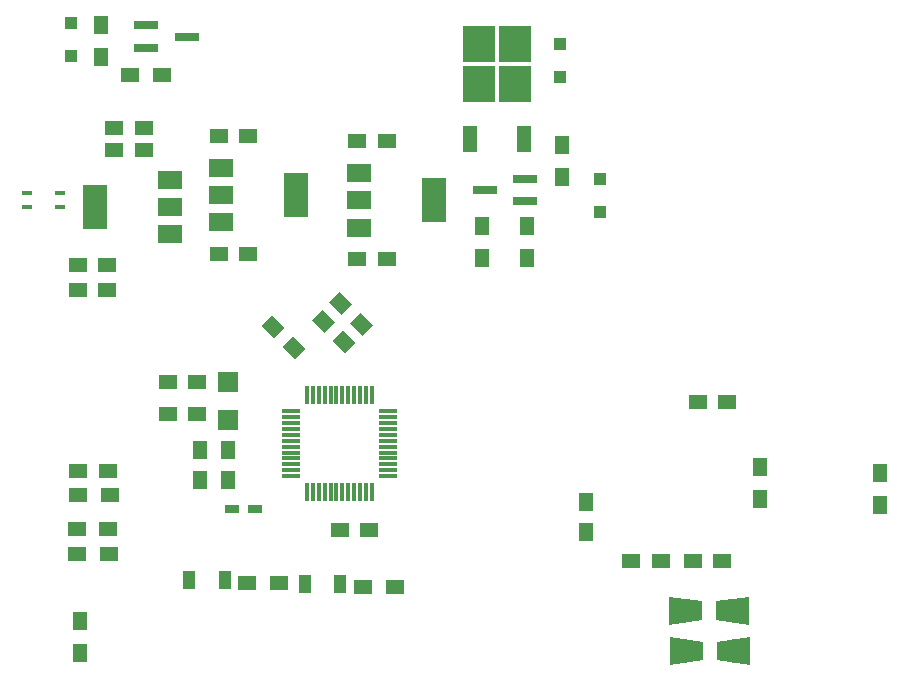
<source format=gtp>
G04 #@! TF.GenerationSoftware,KiCad,Pcbnew,(5.0.0-rc2-dev-340-g7483a73a5)*
G04 #@! TF.CreationDate,2018-05-31T20:40:01+02:00*
G04 #@! TF.ProjectId,AudiA6Main,4175646941364D61696E2E6B69636164,rev?*
G04 #@! TF.SameCoordinates,Original*
G04 #@! TF.FileFunction,Paste,Top*
G04 #@! TF.FilePolarity,Positive*
%FSLAX46Y46*%
G04 Gerber Fmt 4.6, Leading zero omitted, Abs format (unit mm)*
G04 Created by KiCad (PCBNEW (5.0.0-rc2-dev-340-g7483a73a5)) date 05/31/18 20:40:01*
%MOMM*%
%LPD*%
G01*
G04 APERTURE LIST*
%ADD10R,1.500000X1.250000*%
%ADD11R,1.250000X1.500000*%
%ADD12C,1.250000*%
%ADD13C,0.100000*%
%ADD14R,0.900000X0.400000*%
%ADD15R,1.600000X0.300000*%
%ADD16R,0.300000X1.600000*%
%ADD17R,1.200000X0.750000*%
%ADD18R,1.300000X1.500000*%
%ADD19R,1.500000X1.300000*%
%ADD20R,2.000000X1.500000*%
%ADD21R,2.000000X3.800000*%
%ADD22R,1.800000X1.750000*%
%ADD23R,1.000000X1.600000*%
%ADD24R,1.100000X1.100000*%
%ADD25R,2.000000X0.650000*%
%ADD26R,2.750000X3.050000*%
%ADD27R,1.200000X2.200000*%
%ADD28C,1.978996*%
G04 APERTURE END LIST*
D10*
X58950000Y-146400000D03*
X61450000Y-146400000D03*
X58950000Y-149100000D03*
X61450000Y-149100000D03*
X54441903Y-124873186D03*
X56941903Y-124873186D03*
X54441903Y-126773186D03*
X56941903Y-126773186D03*
X53850000Y-138550000D03*
X51350000Y-138550000D03*
X53850000Y-136500000D03*
X51350000Y-136500000D03*
D11*
X94400000Y-156550000D03*
X94400000Y-159050000D03*
D10*
X103400000Y-161550000D03*
X105900000Y-161550000D03*
X103850000Y-148050000D03*
X106350000Y-148050000D03*
X98200000Y-161550000D03*
X100700000Y-161550000D03*
X65800000Y-135550000D03*
X63300000Y-135550000D03*
X75000000Y-136000000D03*
X77500000Y-136000000D03*
X65800000Y-125550000D03*
X63300000Y-125550000D03*
X77500000Y-126000000D03*
X75000000Y-126000000D03*
X51400000Y-153950000D03*
X53900000Y-153950000D03*
D12*
X73566117Y-139716117D03*
D13*
G36*
X72593845Y-139627729D02*
X73477729Y-138743845D01*
X74538389Y-139804505D01*
X73654505Y-140688389D01*
X72593845Y-139627729D01*
X72593845Y-139627729D01*
G37*
D12*
X75333883Y-141483883D03*
D13*
G36*
X74361611Y-141395495D02*
X75245495Y-140511611D01*
X76306155Y-141572271D01*
X75422271Y-142456155D01*
X74361611Y-141395495D01*
X74361611Y-141395495D01*
G37*
D11*
X64100000Y-152150000D03*
X64100000Y-154650000D03*
D10*
X76050000Y-158900000D03*
X73550000Y-158900000D03*
D12*
X73883883Y-142983883D03*
D13*
G36*
X72911611Y-142895495D02*
X73795495Y-142011611D01*
X74856155Y-143072271D01*
X73972271Y-143956155D01*
X72911611Y-142895495D01*
X72911611Y-142895495D01*
G37*
D12*
X72116117Y-141216117D03*
D13*
G36*
X71143845Y-141127729D02*
X72027729Y-140243845D01*
X73088389Y-141304505D01*
X72204505Y-142188389D01*
X71143845Y-141127729D01*
X71143845Y-141127729D01*
G37*
D11*
X61700000Y-154650000D03*
X61700000Y-152150000D03*
D12*
X69683883Y-143483883D03*
D13*
G36*
X68711611Y-143395495D02*
X69595495Y-142511611D01*
X70656155Y-143572271D01*
X69772271Y-144456155D01*
X68711611Y-143395495D01*
X68711611Y-143395495D01*
G37*
D12*
X67916117Y-141716117D03*
D13*
G36*
X66943845Y-141627729D02*
X67827729Y-140743845D01*
X68888389Y-141804505D01*
X68004505Y-142688389D01*
X66943845Y-141627729D01*
X66943845Y-141627729D01*
G37*
D14*
X47050000Y-130375000D03*
X47050000Y-131525000D03*
X49850000Y-130375000D03*
X49850000Y-131525000D03*
D15*
X69400000Y-148850000D03*
X69400000Y-149350000D03*
X69400000Y-149850000D03*
X69400000Y-150350000D03*
X69400000Y-150850000D03*
X69400000Y-151350000D03*
X69400000Y-151850000D03*
X69400000Y-152350000D03*
X69400000Y-152850000D03*
X69400000Y-153350000D03*
X69400000Y-153850000D03*
X69400000Y-154350000D03*
D16*
X70750000Y-155700000D03*
X71250000Y-155700000D03*
X71750000Y-155700000D03*
X72250000Y-155700000D03*
X72750000Y-155700000D03*
X73250000Y-155700000D03*
X73750000Y-155700000D03*
X74250000Y-155700000D03*
X74750000Y-155700000D03*
X75250000Y-155700000D03*
X75750000Y-155700000D03*
X76250000Y-155700000D03*
D15*
X77600000Y-154350000D03*
X77600000Y-153850000D03*
X77600000Y-153350000D03*
X77600000Y-152850000D03*
X77600000Y-152350000D03*
X77600000Y-151850000D03*
X77600000Y-151350000D03*
X77600000Y-150850000D03*
X77600000Y-150350000D03*
X77600000Y-149850000D03*
X77600000Y-149350000D03*
X77600000Y-148850000D03*
D16*
X76250000Y-147500000D03*
X75750000Y-147500000D03*
X75250000Y-147500000D03*
X74750000Y-147500000D03*
X74250000Y-147500000D03*
X73750000Y-147500000D03*
X73250000Y-147500000D03*
X72750000Y-147500000D03*
X72250000Y-147500000D03*
X71750000Y-147500000D03*
X71250000Y-147500000D03*
X70750000Y-147500000D03*
D17*
X66350000Y-157100000D03*
X64450000Y-157100000D03*
D18*
X51500000Y-169350000D03*
X51500000Y-166650000D03*
D19*
X78200000Y-163700000D03*
X75500000Y-163700000D03*
X65700000Y-163425000D03*
X68400000Y-163425000D03*
D18*
X119250000Y-156800000D03*
X119250000Y-154100000D03*
X109100000Y-156300000D03*
X109100000Y-153600000D03*
X89375000Y-133200000D03*
X89375000Y-135900000D03*
X92350000Y-126325000D03*
X92350000Y-129025000D03*
X53350000Y-118825000D03*
X53350000Y-116125000D03*
X85575000Y-135850000D03*
X85575000Y-133150000D03*
D19*
X55800000Y-120375000D03*
X58500000Y-120375000D03*
X54100000Y-155950000D03*
X51400000Y-155950000D03*
X51250000Y-158850000D03*
X53950000Y-158850000D03*
X54000000Y-160950000D03*
X51300000Y-160950000D03*
D20*
X59141903Y-133873186D03*
X59141903Y-129273186D03*
X59141903Y-131573186D03*
D21*
X52841903Y-131573186D03*
X69800000Y-130550000D03*
D20*
X63500000Y-130550000D03*
X63500000Y-132850000D03*
X63500000Y-128250000D03*
X75200000Y-128700000D03*
X75200000Y-133300000D03*
X75200000Y-131000000D03*
D21*
X81500000Y-131000000D03*
D22*
X64100000Y-149600000D03*
X64100000Y-146350000D03*
D23*
X63800000Y-163150000D03*
X60800000Y-163150000D03*
D24*
X95600000Y-131950000D03*
X95600000Y-129150000D03*
X50800000Y-116000000D03*
X50800000Y-118800000D03*
X92150000Y-117750000D03*
X92150000Y-120550000D03*
D23*
X73550000Y-163450000D03*
X70550000Y-163450000D03*
D25*
X85815000Y-130100000D03*
X89235000Y-129150000D03*
X89235000Y-131050000D03*
D26*
X88375000Y-121150000D03*
X85325000Y-117800000D03*
X85325000Y-121150000D03*
X88375000Y-117800000D03*
D27*
X89130000Y-125775000D03*
X84570000Y-125775000D03*
D25*
X57165000Y-116175000D03*
X57165000Y-118075000D03*
X60585000Y-117125000D03*
D28*
X106800000Y-165750000D03*
D13*
G36*
X108199540Y-164551120D02*
X108199540Y-166948880D01*
X105400460Y-166550100D01*
X105400460Y-164949900D01*
X108199540Y-164551120D01*
X108199540Y-164551120D01*
G37*
D28*
X102802040Y-165750000D03*
D13*
G36*
X101402500Y-166948880D02*
X101402500Y-164551120D01*
X104201580Y-164949900D01*
X104201580Y-166550100D01*
X101402500Y-166948880D01*
X101402500Y-166948880D01*
G37*
D28*
X102852040Y-169150000D03*
D13*
G36*
X101452500Y-170348880D02*
X101452500Y-167951120D01*
X104251580Y-168349900D01*
X104251580Y-169950100D01*
X101452500Y-170348880D01*
X101452500Y-170348880D01*
G37*
D28*
X106850000Y-169150000D03*
D13*
G36*
X108249540Y-167951120D02*
X108249540Y-170348880D01*
X105450460Y-169950100D01*
X105450460Y-168349900D01*
X108249540Y-167951120D01*
X108249540Y-167951120D01*
G37*
M02*

</source>
